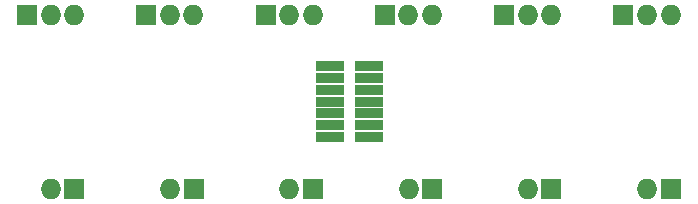
<source format=gts>
%TF.GenerationSoftware,KiCad,Pcbnew,(5.1.6)-1*%
%TF.CreationDate,2020-09-18T10:34:42+08:00*%
%TF.ProjectId,Nu Multi Board,4e75204d-756c-4746-9920-426f6172642e,rev?*%
%TF.SameCoordinates,Original*%
%TF.FileFunction,Soldermask,Top*%
%TF.FilePolarity,Negative*%
%FSLAX46Y46*%
G04 Gerber Fmt 4.6, Leading zero omitted, Abs format (unit mm)*
G04 Created by KiCad (PCBNEW (5.1.6)-1) date 2020-09-18 10:34:42*
%MOMM*%
%LPD*%
G01*
G04 APERTURE LIST*
%ADD10R,1.750000X1.750000*%
%ADD11O,1.750000X1.750000*%
%ADD12R,2.400000X0.900000*%
G04 APERTURE END LIST*
D10*
%TO.C,J1*%
X157610000Y-101470000D03*
D11*
X155610000Y-101470000D03*
%TD*%
D10*
%TO.C,J2*%
X153600000Y-86750000D03*
D11*
X155600000Y-86750000D03*
X157600000Y-86750000D03*
%TD*%
D10*
%TO.C,J3*%
X147510000Y-101470000D03*
D11*
X145510000Y-101470000D03*
%TD*%
D10*
%TO.C,J4*%
X143500000Y-86750000D03*
D11*
X145500000Y-86750000D03*
X147500000Y-86750000D03*
%TD*%
D10*
%TO.C,J5*%
X137410000Y-101470000D03*
D11*
X135410000Y-101470000D03*
%TD*%
D10*
%TO.C,J6*%
X133400000Y-86750000D03*
D11*
X135400000Y-86750000D03*
X137400000Y-86750000D03*
%TD*%
D10*
%TO.C,J7*%
X127310000Y-101470000D03*
D11*
X125310000Y-101470000D03*
%TD*%
D10*
%TO.C,J8*%
X123300000Y-86750000D03*
D11*
X125300000Y-86750000D03*
X127300000Y-86750000D03*
%TD*%
D10*
%TO.C,J9*%
X117210000Y-101470000D03*
D11*
X115210000Y-101470000D03*
%TD*%
D10*
%TO.C,J10*%
X113200000Y-86750000D03*
D11*
X115200000Y-86750000D03*
X117200000Y-86750000D03*
%TD*%
D10*
%TO.C,J11*%
X167710000Y-101470000D03*
D11*
X165710000Y-101470000D03*
%TD*%
D10*
%TO.C,J12*%
X163700000Y-86750000D03*
D11*
X165700000Y-86750000D03*
X167700000Y-86750000D03*
%TD*%
D12*
%TO.C,J13*%
X138880000Y-91090000D03*
X142180000Y-91090000D03*
X138880000Y-92090000D03*
X142180000Y-92090000D03*
X138880000Y-93090000D03*
X142180000Y-93090000D03*
X138880000Y-94090000D03*
X142180000Y-94090000D03*
X138880000Y-95090000D03*
X142180000Y-95090000D03*
X138880000Y-96090000D03*
X142180000Y-96090000D03*
X138880000Y-97090000D03*
X142180000Y-97090000D03*
%TD*%
M02*

</source>
